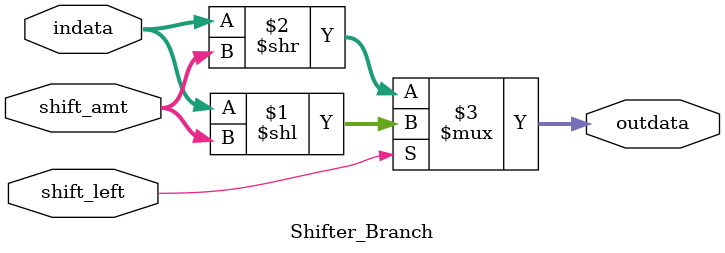
<source format=v>
module Shifter_Branch(
  indata,
  shift_amt,
  shift_left,
  outdata
);
// Input data (32 bits)
input [31:0] indata;
// Shift amount (2 bits)
input [1:0] shift_amt;
// Variable to determine if we shift left
input shift_left;
// Output data (32 bits)
output wire [31:0] outdata;

// If shift_left true
  // Shift indata left by shift_amt
// Else
  // Shift indata right by shift_amt
assign outdata = shift_left ? indata<<shift_amt : indata>>shift_amt;

endmodule
</source>
